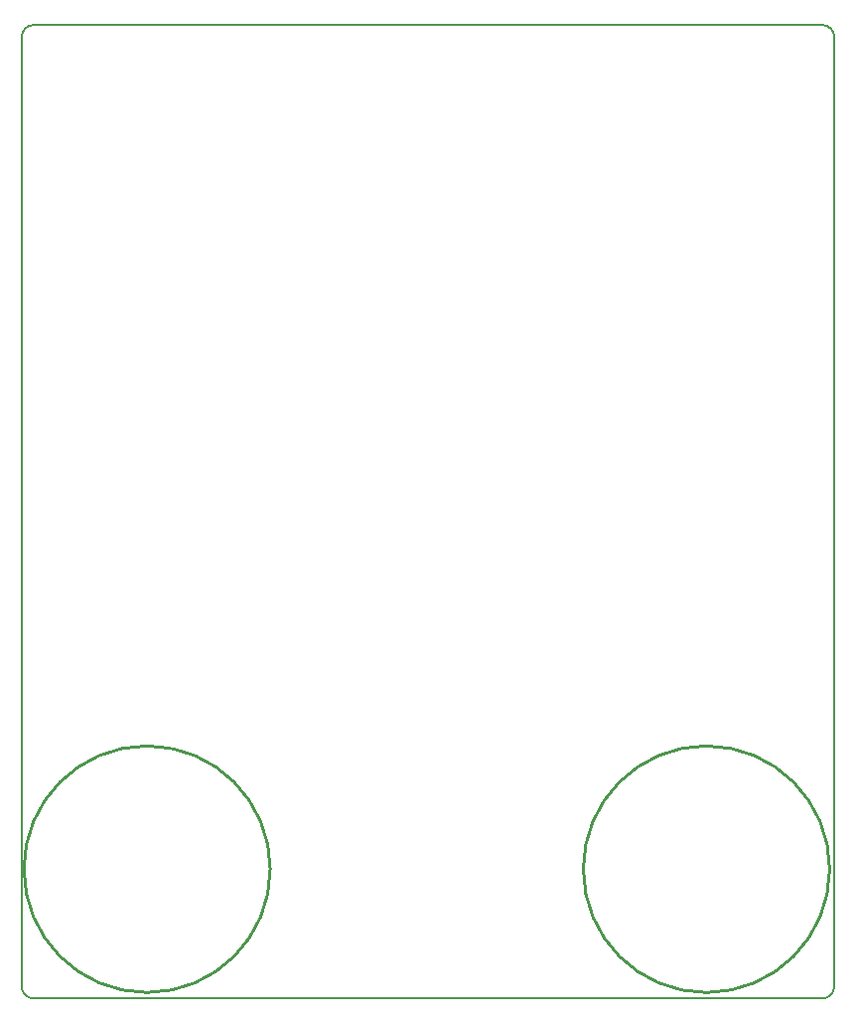
<source format=gko>
G04*
G04 #@! TF.GenerationSoftware,Altium Limited,Altium Designer,20.0.10 (225)*
G04*
G04 Layer_Color=16711935*
%FSLAX44Y44*%
%MOMM*%
G71*
G01*
G75*
%ADD10C,0.2540*%
%ADD11C,0.2000*%
D10*
X596440Y3251020D02*
G03*
X596440Y3251020I-105000J0D01*
G01*
X1073380D02*
G03*
X1073380Y3251020I-105000J0D01*
G01*
D11*
X1066920Y3140980D02*
G03*
X1077440Y3151500I0J10520D01*
G01*
X384430D02*
G03*
X394950Y3140980I10520J0D01*
G01*
X1077440Y3959500D02*
G03*
X1066920Y3970020I-10520J0D01*
G01*
X394950Y3970000D02*
G03*
X384430Y3959480I0J-10520D01*
G01*
X1077400Y3151011D02*
Y3959500D01*
X394940Y3140990D02*
X1067380D01*
X384430Y3151500D02*
Y3959480D01*
X394950Y3970000D02*
X1067380D01*
M02*

</source>
